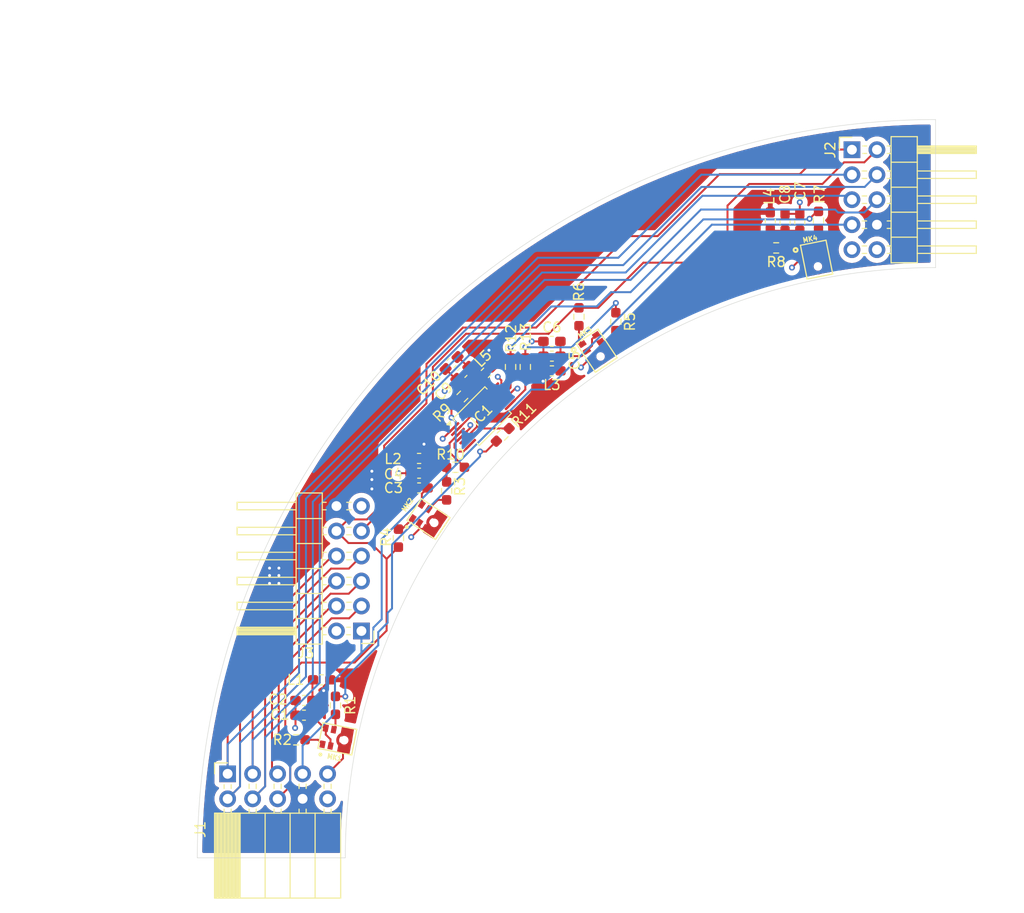
<source format=kicad_pcb>
(kicad_pcb (version 20240108) (generator "pcbnew") (generator_version "8.0")
  (layers (0 "F.Cu" signal) (1 "In1.Cu" power) (2 "In2.Cu" power) (31 "B.Cu" signal) (34 "B.Paste" user) (35 "F.Paste" user) (36 "B.SilkS" user "B.Silkscreen") (37 "F.SilkS" user "F.Silkscreen") (38 "B.Mask" user) (39 "F.Mask" user) (44 "Edge.Cuts" user))
  (net 0 "")
  (net 1 "Net-(MK1-SELECT)")
  (net 2 "GND")
  (net 3 "Net-(MK2-VDD)")
  (net 4 "Net-(MK3-SELECT)")
  (net 5 "Net-(MK4-VDD)")
  (net 6 "Net-(IC1-VCC)")
  (net 7 "Net-(IC1-O2)")
  (net 8 "Net-(IC1-A0)")
  (net 9 "Net-(IC1-O1)")
  (net 10 "Net-(IC1-O0)")
  (net 11 "Net-(IC1-O3)")
  (net 12 "PDM_DATA5")
  (net 13 "PDM_CLK-IN")
  (net 14 "+3V3")
  (net 15 "PDM_DATA4")
  (net 16 "PDM_DATA6")
  (net 17 "PDM_DATA3")
  (net 18 "PDM_DATA2")
  (net 19 "PDM_DATA7")
  (net 20 "PDM_DATA0")
  (net 21 "PDM_DATA1")
  (net 22 "Net-(MK1-CLOCK)")
  (net 23 "Net-(MK1-DATA)")
  (net 24 "Net-(MK2-CLOCK)")
  (net 25 "Net-(MK2-DATA)")
  (net 26 "Net-(MK3-DATA)")
  (net 27 "Net-(MK3-CLOCK)")
  (net 28 "Net-(MK4-CLOCK)")
  (net 29 "Net-(MK4-DATA)")
  (net 30 "PDM_CLK0")
  (net 31 "PDM_CLK1")
  (net 32 "PDM_CLK2")
  (net 33 "PDM_CLK3")
  (footprint "Connector_PinHeader_2.54mm:PinHeader_2x05_P2.54mm_Horizontal" (layer "F.Cu") (at 141.5 28.02)
    (property "Reference" "J2")
    (property "Value" "Next")
  )
  (footprint "Capacitor_SMD:C_0603_1608Metric_Pad1.08x0.95mm_HandSolder" (layer "F.Cu") (at 134.7 35.4 -90)
    (property "Reference" "C8")
    (property "Value" "100n")
  )
  (footprint "Resistor_SMD:R_0603_1608Metric_Pad0.98x0.95mm_HandSolder" (layer "F.Cu") (at 100.3 62.7 -90)
    (property "Reference" "R3")
    (property "Value" "33")
  )
  (footprint "Resistor_SMD:R_0603_1608Metric_Pad0.98x0.95mm_HandSolder" (layer "F.Cu") (at 85 88 180)
    (property "Reference" "R2")
    (property "Value" "33")
  )
  (footprint "Resistor_SMD:R_0603_1608Metric_Pad0.98x0.95mm_HandSolder" (layer "F.Cu") (at 117.5 45.5 -90)
    (property "Reference" "R5")
    (property "Value" "33")
  )
  (footprint "Resistor_SMD:R_0603_1608Metric_Pad0.98x0.95mm_HandSolder" (layer "F.Cu") (at 138.1 35.2 -90)
    (property "Reference" "R7")
    (property "Value" "33")
  )
  (footprint "SPH1668LM4H_1:MIC_SPH1668LM4H-1" (layer "F.Cu") (at 137.9044 39.191313 11.25)
    (property "Reference" "MK4")
    (property "Value" "SPH1668LM4H-1")
  )
  (footprint "Inductor_SMD:L_0603_1608Metric_Pad1.05x0.95mm_HandSolder" (layer "F.Cu") (at 104.3 50.7 45)
    (property "Reference" "L5")
    (property "Value" "600R")
  )
  (footprint "Capacitor_SMD:C_0603_1608Metric_Pad1.08x0.95mm_HandSolder" (layer "F.Cu") (at 136.2 35.4 -90)
    (property "Reference" "C7")
    (property "Value" "1000p")
  )
  (footprint "Resistor_SMD:R_0603_1608Metric_Pad0.98x0.95mm_HandSolder" (layer "F.Cu") (at 108.3 50.1 90)
    (property "Reference" "R13")
    (property "Value" "33")
  )
  (footprint "SPH1668LM4H_1:MIC_SPH1668LM4H-1" (layer "F.Cu") (at 89.191313 87.9045 78.75)
    (property "Reference" "MK1")
    (property "Value" "SPH1668LM4H-1")
  )
  (footprint "SPH1668LM4H_1:MIC_SPH1668LM4H-1" (layer "F.Cu") (at 115.554646 48.448884 33.75)
    (property "Reference" "MK3")
    (property "Value" "SPH1668LM4H-1")
  )
  (footprint "Capacitor_SMD:C_0603_1608Metric_Pad1.08x0.95mm_HandSolder" (layer "F.Cu") (at 97.5 60.9)
    (property "Reference" "C4")
    (property "Value" "100n")
  )
  (footprint "Connector_PinSocket_2.54mm:PinSocket_2x05_P2.54mm_Horizontal" (layer "F.Cu") (at 78.04 91.46 90)
    (property "Reference" "J1")
    (property "Value" "Previous")
  )
  (footprint "Resistor_SMD:R_0603_1608Metric_Pad0.98x0.95mm_HandSolder" (layer "F.Cu") (at 113.75 45 90)
    (property "Reference" "R6")
    (property "Value" "33")
  )
  (footprint "Resistor_SMD:R_0603_1608Metric_Pad0.98x0.95mm_HandSolder" (layer "F.Cu") (at 106.8 50.1 90)
    (property "Reference" "R12")
    (property "Value" "33")
  )
  (footprint "Package_SO:TSSOP-14_4.4x3.6mm_P0.4mm" (layer "F.Cu") (at 103.9 55.1 45)
    (property "Reference" "IC1")
    (property "Value" "74LCX125MTCX")
  )
  (footprint "Capacitor_SMD:C_0603_1608Metric_Pad1.08x0.95mm_HandSolder" (layer "F.Cu") (at 85.8 85.5)
    (property "Reference" "C1")
    (property "Value" "1000p")
  )
  (footprint "Capacitor_SMD:C_0603_1608Metric_Pad1.08x0.95mm_HandSolder" (layer "F.Cu") (at 100.8 49.7 45)
    (property "Reference" "C10")
    (property "Value" "100n")
  )
  (footprint "Resistor_SMD:R_0603_1608Metric_Pad0.98x0.95mm_HandSolder" (layer "F.Cu") (at 106 57 45)
    (property "Reference" "R11")
    (property "Value" "33")
  )
  (footprint "Connector_PinHeader_2.54mm:PinHeader_2x06_P2.54mm_Horizontal" (layer "F.Cu") (at 91.64 76.94 180)
    (property "Reference" "J3")
    (property "Value" "MCHStreamer J3")
  )
  (footprint "Resistor_SMD:R_0603_1608Metric_Pad0.98x0.95mm_HandSolder" (layer "F.Cu") (at 95.4 67.5 -90)
    (property "Reference" "R4")
    (property "Value" "33")
  )
  (footprint "SPH1668LM4H_1:MIC_SPH1668LM4H-1" (layer "F.Cu") (at 98.448884 65.554646 56.25)
    (property "Reference" "MK2")
    (property "Value" "SPH1668LM4H-1")
  )
  (footprint "Capacitor_SMD:C_0603_1608Metric_Pad1.08x0.95mm_HandSolder" (layer "F.Cu") (at 101.9 50.7 45)
    (property "Reference" "C9")
    (property "Value" "1000p")
  )
  (footprint "Inductor_SMD:L_0603_1608Metric_Pad1.05x0.95mm_HandSolder" (layer "F.Cu") (at 97.5 59.4 180)
    (property "Reference" "L2")
    (property "Value" "600R")
  )
  (footprint "Resistor_SMD:R_0603_1608Metric_Pad0.98x0.95mm_HandSolder" (layer "F.Cu") (at 133.8 38 180)
    (property "Reference" "R8")
    (property "Value" "33")
  )
  (footprint "Resistor_SMD:R_0603_1608Metric_Pad0.98x0.95mm_HandSolder" (layer "F.Cu") (at 101.9 53.1 45)
    (property "Reference" "R9")
    (property "Value" "33")
  )
  (footprint "Inductor_SMD:L_0603_1608Metric_Pad1.05x0.95mm_HandSolder" (layer "F.Cu") (at 133.2 35.2625 90)
    (property "Reference" "L4")
    (property "Value" "600R")
  )
  (footprint "Capacitor_SMD:C_0603_1608Metric_Pad1.08x0.95mm_HandSolder" (layer "F.Cu") (at 97.5 62.4)
    (property "Reference" "C3")
    (property "Value" "1000p")
  )
  (footprint "Resistor_SMD:R_0603_1608Metric_Pad0.98x0.95mm_HandSolder" (layer "F.Cu") (at 89 84.5 -90)
    (property "Reference" "R1")
    (property "Value" "33")
  )
  (footprint "Capacitor_SMD:C_0603_1608Metric_Pad1.08x0.95mm_HandSolder" (layer "F.Cu") (at 85.8 84)
    (property "Reference" "C2")
    (property "Value" "100n")
  )
  (footprint "Inductor_SMD:L_0603_1608Metric_Pad1.05x0.95mm_HandSolder" (layer "F.Cu") (at 111 50.5 180)
    (property "Reference" "L3")
    (property "Value" "600R")
  )
  (footprint "Resistor_SMD:R_0603_1608Metric_Pad0.98x0.95mm_HandSolder" (layer "F.Cu") (at 101.2 60.3)
    (property "Reference" "R10")
    (property "Value" "33")
  )
  (footprint "Inductor_SMD:L_0603_1608Metric_Pad1.05x0.95mm_HandSolder" (layer "F.Cu") (at 87.6 81.9)
    (property "Reference" "L1")
    (property "Value" "600R")
  )
  (footprint "Capacitor_SMD:C_0603_1608Metric_Pad1.08x0.95mm_HandSolder" (layer "F.Cu") (at 111 49)
    (property "Reference" "C5")
    (property "Value" "1000p")
  )
  (footprint "Capacitor_SMD:C_0603_1608Metric_Pad1.08x0.95mm_HandSolder" (layer "F.Cu") (at 111 47.5)
    (property "Reference" "C6")
    (property "Value" "100n")
  )
  (gr_line (start 90 100) (end 74.955147 100) (stroke (width 0.05)) (layer "Edge.Cuts"))
  (gr_arc (start 74.955147 100) (mid 96.935276 46.935276) (end 150 24.955147) (stroke (width 0.05)) (layer "Edge.Cuts"))
  (gr_line (start 150 40) (end 150 24.955147) (stroke (width 0.05)) (layer "Edge.Cuts"))
  (gr_arc (start 90 100) (mid 107.573593 57.573593) (end 150 40) (stroke (width 0.05)) (layer "Edge.Cuts"))
  (segment (start 88.496339 88.620169) (end 88.496339 87.953899) (width 0.2) (layer "F.Cu") (net 1))
  (segment (start 88.01691 87.47447) (end 88.01691 86.816989) (width 0.2) (layer "F.Cu") (net 1))
  (segment (start 88.01691 86.816989) (end 87.879489 86.816989) (width 0.2) (layer "F.Cu") (net 1))
  (segment (start 87.879489 86.816989) (end 86.6625 85.6) (width 0.2) (layer "F.Cu") (net 1))
  (segment (start 86.6625 82.0125) (end 86.775 81.9) (width 0.2) (layer "F.Cu") (net 1))
  (segment (start 88.496339 87.953899) (end 88.01691 87.47447) (width 0.2) (layer "F.Cu") (net 1))
  (segment (start 86.6625 85.6) (end 86.6625 82.0125) (width 0.2) (layer "F.Cu") (net 1))
  (segment (start 107.265686 52.3) (end 107.5 52.3) (width 0.2) (layer "F.Cu") (net 2))
  (segment (start 114.691328 49.408672) (end 113.95 50.15) (width 0.2) (layer "F.Cu") (net 2))
  (segment (start 105.860781 52.007848) (end 105.860781 51.460781) (width 0.2) (layer "F.Cu") (net 2))
  (segment (start 101.5 58.7) (end 101.997056 58.7) (width 0.2) (layer "F.Cu") (net 2))
  (segment (start 101.19012 51.30988) (end 100.19012 50.30988) (width 0.2) (layer "F.Cu") (net 2))
  (segment (start 102.708579 56.291421) (end 102.708579 56.008579) (width 0.2) (layer "F.Cu") (net 2))
  (segment (start 105.358408 52.510221) (end 105.860781 52.007848) (width 0.2) (layer "F.Cu") (net 2))
  (segment (start 97.532937 66.567063) (end 98.609604 66.567063) (width 0.2) (layer "F.Cu") (net 2))
  (segment (start 100.1 52.55) (end 100.1 52.5) (width 0.2) (layer "F.Cu") (net 2))
  (segment (start 101.875907 57.124093) (end 101.1 57.9) (width 0.2) (layer "F.Cu") (net 2))
  (segment (start 136.977253 38.823116) (end 136.977253 39.599076) (width 0.2) (layer "F.Cu") (net 2))
  (segment (start 84.9375 84.1) (end 84.9375 85.6) (width 0.2) (layer "F.Cu") (net 2))
  (segment (start 136.977253 39.599076) (end 137.399023 40.020846) (width 0.2) (layer "F.Cu") (net 2))
  (segment (start 101.997056 58.7) (end 102.724435 57.972621) (width 0.2) (layer "F.Cu") (net 2))
  (segment (start 108.95 47.5) (end 110.1375 47.5) (width 0.2) (layer "F.Cu") (net 2))
  (segment (start 101.1 57.9) (end 101.1 58.3) (width 0.2) (layer "F.Cu") (net 2))
  (segment (start 89.764303 89.895697) (end 89.764303 88.688856) (width 0.2) (layer "F.Cu") (net 2))
  (segment (start 97.532937 65.949883) (end 97.532937 66.025284) (width 0.2) (layer "F.Cu") (net 2))
  (segment (start 84.9375 86.7625) (end 84.9375 85.6) (width 0.2) (layer "F.Cu") (net 2))
  (segment (start 96.6375 60.9) (end 96.6375 62.4) (width 0.2) (layer "F.Cu") (net 2))
  (segment (start 115.405187 49.408672) (end 114.691328 49.408672) (width 0.2) (layer "F.Cu") (net 2))
  (segment (start 136.2 33.3625) (end 136.2 34.5375) (width 0.2) (layer "F.Cu") (net 2))
  (segment (start 101.027379 56.275565) (end 101.024435 56.275565) (width 0.2) (layer "F.Cu") (net 2))
  (segment (start 84.9 86.8) (end 84.9375 86.7625) (width 0.2) (layer "F.Cu") (net 2))
  (segment (start 136.977253 38.823116) (end 136.576884 38.823116) (width 0.2) (layer "F.Cu") (net 2))
  (segment (start 110.1375 49) (end 110.1375 47.5) (width 0.2) (layer "F.Cu") (net 2))
  (segment (start 98.609604 66.567063) (end 98.678097 66.49857) (width 0.2) (layer "F.Cu") (net 2))
  (segment (start 101.1 58.3) (end 101.5 58.7) (width 0.2) (layer "F.Cu") (net 2))
  (segment (start 134.7 34.5375) (end 136.2 34.5375) (width 0.2) (layer "F.Cu") (net 2))
  (segment (start 88.2 91.46) (end 89.764303 89.895697) (width 0.2) (layer "F.Cu") (net 2))
  (segment (start 100.1 52.5) (end 101.29012 51.30988) (width 0.2) (layer "F.Cu") (net 2))
  (segment (start 106.206936 53.35875) (end 107.265686 52.3) (width 0.2) (layer "F.Cu") (net 2))
  (segment (start 101.024435 56.275565) (end 99.9 57.4) (width 0.2) (layer "F.Cu") (net 2))
  (segment (start 97.532937 65.949883) (end 97.532937 66.567063) (width 0.2) (layer "F.Cu") (net 2))
  (segment (start 105.860781 51.460781) (end 105.5 51.1) (width 0.2) (layer "F.Cu") (net 2))
  (segment (start 136.576884 38.823116) (end 135.4 40) (width 0.2) (layer "F.Cu") (net 2))
  (segment (start 95.4 60.9) (end 96.6375 60.9) (width 0.2) (layer "F.Cu") (net 2))
  (segment (start 101.29012 51.30988) (end 101.19012 51.30988) (width 0.2) (layer "F.Cu") (net 2))
  (segment (start 97.532937 66.567063) (end 96.7 67.4) (width 0.2) (layer "F.Cu") (net 2))
  (segment (start 101.875907 57.124093) (end 102.708579 56.291421) (width 0.2) (layer "F.Cu") (net 2))
  (via (at 107.5 52.3) (size 0.6) (drill 0.3) (layers "F.Cu" "B.Cu") (net 2))
  (via (at 135.4 40) (size 0.6) (drill 0.3) (layers "F.Cu" "B.Cu") (net 2))
  (via (at 113.95 50.15) (size 0.6) (drill 0.3) (layers "F.Cu" "B.Cu") (net 2))
  (via (at 84.9 86.8) (size 0.6) (drill 0.3) (layers "F.Cu" "B.Cu") (net 2))
  (via (at 95.4 60.9) (size 0.6) (drill 0.3) (layers "F.Cu" "B.Cu") (net 2))
  (via (at 96.7 67.4) (size 0.6) (drill 0.3) (layers "F.Cu" "B.Cu") (net 2))
  (via (at 102.708579 56.008579) (size 0.6) (drill 0.3) (layers "F.Cu" "B.Cu") (net 2))
  (via (at 99.9 57.4) (size 0.6) (drill 0.3) (layers "F.Cu" "B.Cu") (net 2))
  (via (at 100.1 52.55) (size 0.6) (drill 0.3) (layers "F.Cu" "B.Cu") (net 2))
  (via (at 108.95 47.5) (size 0.6) (drill 0.3) (layers "F.Cu" "B.Cu") (net 2))
  (via (at 136.2 33.3625) (size 0.6) (drill 0.3) (layers "F.Cu" "B.Cu") (net 2))
  (via (at 105.5 51.1) (size 0.6) (drill 0.3) (layers "F.Cu" "B.Cu") (net 2))
  (segment (start 97.78005 62.98245) (end 98.3625 62.4) (width 0.2) (layer "F.Cu") (net 3))
  (segment (start 97.78005 64.100492) (end 97.78005 62.98245) (width 0.2) (layer "F.Cu") (net 3))
  (segment (start 98.3625 60.9) (end 98.3625 59.4125) (width 0.2) (layer "F.Cu") (net 3))
  (segment (start 98.3625 62.4) (end 98.3625 60.9) (width 0.2) (layer "F.Cu") (net 3))
  (segment (start 98.3625 59.4125) (end 98.375 59.4) (width 0.2) (layer "F.Cu") (net 3))
  (segment (start 115.080721 47.939968) (end 115.080721 47.261952) (width 0.2) (layer "F.Cu") (net 4))
  (segment (start 115.080721 47.261952) (end 115.493204 46.849469) (width 0.2) (layer "F.Cu") (net 4))
  (segment (start 114.020689 49) (end 114.557171 48.463518) (width 0.2) (layer "F.Cu") (net 4))
  (segment (start 111.8625 49) (end 111.8625 50.5) (width 0.2) (layer "F.Cu") (net 4))
  (segment (start 111.875 48.9875) (end 111.8625 49) (width 0.2) (layer "F.Cu") (net 4))
  (segment (start 111.875 47.5) (end 111.875 48.9875) (width 0.2) (layer "F.Cu") (net 4))
  (segment (start 111.8625 49) (end 114.020689 49) (width 0.2) (layer "F.Cu") (net 4))
  (segment (start 114.557171 48.463518) (end 115.080721 47.939968) (width 0.2) (layer "F.Cu") (net 4))
  (segment (start 138.1 37.3) (end 138.459703 37.659703) (width 0.2) (layer "F.Cu") (net 5))
  (segment (start 136.2 36.2625) (end 134.7 36.2625) (width 0.2) (layer "F.Cu") (net 5))
  (segment (start 136.2 36.2625) (end 136.2 36.9) (width 0.2) (layer "F.Cu") (net 5))
  (segment (start 136.2 36.9) (end 136.6 37.3) (width 0.2) (layer "F.Cu") (net 5))
  (segment (start 138.459703 37.659703) (end 138.459703 37.690134) (width 0.2) (layer "F.Cu") (net 5))
  (segment (start 136.6 37.3) (end 138.1 37.3) (width 0.2) (layer "F.Cu") (net 5))
  (segment (start 133.325 36.2625) (end 133.2 36.1375) (width 0.2) (layer "F.Cu") (net 5))
  (segment (start 134.7 36.2625) (end 133.325 36.2625) (width 0.2) (layer "F.Cu") (net 5))
  (segment (start 101.537033 49.14738) (end 101.537033 49.156793) (width 0.2) (layer "F.Cu") (net 6))
  (segment (start 103.681282 51.301042) (end 102.59012 50.20988) (width 0.2) (layer "F.Cu") (net 6))
  (segment (start 103.681282 51.318718) (end 103.681282 51.301042) (width 0.2) (layer "F.Cu") (net 6))
  (segment (start 101.537033 49.156793) (end 102.59012 50.20988) (width 0.2) (layer "F.Cu") (net 6))
  (segment (start 105.075565 52.227379) (end 104.589943 52.227379) (width 0.2) (layer "F.Cu") (net 6))
  (segment (start 104.589943 52.227379) (end 103.681282 51.318718) (width 0.2) (layer "F.Cu") (net 6))
  (segment (start 106.8 52.2) (end 106.8 51.0125) (width 0.2) (layer "F.Cu") (net 7))
  (segment (start 105.924093 53.075907) (end 106.8 52.2) (width 0.2) (layer "F.Cu") (net 7))
  (segment (start 104.234436 54.143966) (end 105.987405 54.143966) (width 0.2) (layer "F.Cu") (net 8))
  (segment (start 103.385907 53.295437) (end 105.138877 53.295437) (width 0.2) (layer "F.Cu") (net 8))
  (segment (start 103.385907 54.482722) (end 103.385907 56.179779) (width 0.2) (layer "F.Cu") (net 8))
  (segment (start 103.385907 54.482722) (end 101.310221 56.558408) (width 0.2) (layer "F.Cu") (net 8))
  (segment (start 105.138877 53.295437) (end 105.64125 52.793064) (width 0.2) (layer "F.Cu") (net 8))
  (segment (start 103.385907 53.295437) (end 103.385907 54.482722) (width 0.2) (layer "F.Cu") (net 8))
  (segment (start 103.385907 56.179779) (end 102.15875 57.406936) (width 0.2) (layer "F.Cu") (net 8))
  (segment (start 102.545235 52.454765) (end 103.385907 53.295437) (width 0.2) (layer "F.Cu") (net 8))
  (segment (start 103.385907 53.295437) (end 104.234436 54.143966) (width 0.2) (layer "F.Cu") (net 8))
  (segment (start 105.987405 54.143966) (end 106.489779 53.641592) (width 0.2) (layer "F.Cu") (net 8))
  (segment (start 103.776606 56.354765) (end 102.441592 57.689779) (width 0.2) (layer "F.Cu") (net 9))
  (segment (start 106.645235 56.354765) (end 103.776606 56.354765) (width 0.2) (layer "F.Cu") (net 9))
  (segment (start 100.6 57.834314) (end 101.593064 56.84125) (width 0.2) (layer "F.Cu") (net 10))
  (segment (start 100.6 58.7875) (end 100.6 57.834314) (width 0.2) (layer "F.Cu") (net 10))
  (segment (start 102.1125 60.3) (end 100.6 58.7875) (width 0.2) (layer "F.Cu") (net 10))
  (segment (start 108.3 52.397056) (end 108.3 51.0125) (width 0.2) (layer "F.Cu") (net 11))
  (segment (start 106.772621 53.924435) (end 108.3 52.397056) (width 0.2) (layer "F.Cu") (net 11))
  (segment (start 88.5 73.15) (end 90.35 73.15) (width 0.2) (layer "F.Cu") (net 12))
  (segment (start 80.58 94) (end 81.85 92.73) (width 0.2) (layer "F.Cu") (net 12))
  (segment (start 81.85 92.73) (end 81.85 79.8) (width 0.2) (layer "F.Cu") (net 12))
  (segment (start 81.85 79.8) (end 88.5 73.15) (width 0.2) (layer "F.Cu") (net 12))
  (segment (start 90.35 73.15) (end 91.64 71.86) (width 0.2) (layer "F.Cu") (net 12))
  (segment (start 80.58 94) (end 81.85 92.73) (width 0.2) (layer "B.Cu") (net 12))
  (segment (start 140.1 34.4) (end 142.74 34.4) (width 0.2) (layer "B.Cu") (net 12))
  (segment (start 142.74 34.4) (end 144.04 33.1) (width 0.2) (layer "B.Cu") (net 12))
  (segment (start 119 41.25) (end 126.15 34.1) (width 0.2) (layer "B.Cu") (net 12))
  (segment (start 81.85 92.73) (end 81.85 87.75) (width 0.2) (layer "B.Cu") (net 12))
  (segment (start 87.4 64.1) (end 110.25 41.25) (width 0.2) (layer "B.Cu") (net 12))
  (segment (start 110.25 41.25) (end 119 41.25) (width 0.2) (layer "B.Cu") (net 12))
  (segment (start 139.8 34.1) (end 140.1 34.4) (width 0.2) (layer "B.Cu") (net 12))
  (segment (start 81.85 87.75) (end 87.4 82.2) (width 0.2) (layer "B.Cu") (net 12))
  (segment (start 87.4 82.2) (end 87.4 64.1) (width 0.2) (layer "B.Cu") (net 12))
  (segment (start 126.15 34.1) (end 139.8 34.1) (width 0.2) (layer "B.Cu") (net 12))
  (segment (start 100.790231 54.209769) (end 101.254765 53.745235) (width 0.2) (layer "F.Cu") (net 13))
  (segment (start 100.790231 55.25) (end 100.790231 54.209769) (width 0.2) (layer "F.Cu") (net 13))
  (via (at 100.790231 55.25) (size 0.6) (drill 0.3) (layers "F.Cu" "B.Cu") (net 13))
  (segment (start 91.65 79.15) (end 91.64 79.14) (width 0.2) (layer "B.Cu") (net 13))
  (segment (start 92.85 76.6) (end 92.85 77.95) (width 0.2) (layer "B.Cu") (net 13))
  (segment (start 141.5 35.64) (end 127.26 35.64) (width 0.2) (layer "B.Cu") (net 13))
  (segment (start 93.7 67.6) (end 93.7 75.75) (width 0.2) (layer "B.Cu") (net 13))
  (segment (start 110.5 52.4) (end 108.9 52.4) (width 0.2) (layer "B.Cu") (net 13))
  (segment (start 127.26 35.64) (end 110.5 52.4) (width 0.2) (layer "B.Cu") (net 13))
  (segment (start 88.95 81.85) (end 88.95 83.15) (width 0.2) (layer "B.Cu") (net 13))
  (segment (start 88.872798 85.387202) (end 85.66 88.6) (width 0.2) (layer "B.Cu") (net 13))
  (segment (start 92.85 77.95) (end 91.65 79.15) (width 0.2) (layer "B.Cu") (net 13))
  (segment (start 93.7 75.75) (end 92.85 76.6) (width 0.2) (layer "B.Cu") (net 13))
  (segment (start 88.872798 83.227202) (end 88.872798 85.387202) (width 0.2) (layer "B.Cu") (net 13))
  (segment (start 101.225 55.684769) (end 101.225 60.075) (width 0.2) (layer "B.Cu") (net 13))
  (segment (start 91.65 79.15) (end 88.95 81.85) (width 0.2) (layer "B.Cu") (net 13))
  (segment (start 88.95 83.15) (end 88.872798 83.227202) (width 0.2) (layer "B.Cu") (net 13))
  (segment (start 85.66 88.6) (end 85.66 91.22) (width 0.2) (layer "B.Cu") (net 13))
  (segment (start 100.790231 55.25) (end 101.225 55.684769) (width 0.2) (layer "B.Cu") (net 13))
  (segment (start 108.9 52.4) (end 93.7 67.6) (width 0.2) (layer "B.Cu") (net 13))
  (segment (start 91.64 79.14) (end 91.64 76.94) (width 0.2) (layer "B.Cu") (net 13))
  (segment (start 87.8 83) (end 87.8 82.575) (width 0.2) (layer "F.Cu") (net 14))
  (segment (start 87.8 82.575) (end 88.475 81.9) (width 0.2) (layer "F.Cu") (net 14))
  (segment (start 110.125 51.525) (end 110.1 51.55) (width 0.2) (layer "F.Cu") (net 14))
  (segment (start 110.125 50.5) (end 110.125 51.525) (width 0.2) (layer "F.Cu") (net 14))
  (via (at 82.3 70.55) (size 0.5) (drill 0.3) (layers "F.Cu" "B.Cu") (net 14))
  (via (at 98 57.95) (size 0.6) (drill 0.3) (layers "F.Cu" "B.Cu") (net 14))
  (via (at 82.3 72.1) (size 0.5) (drill 0.3) (layers "F.Cu" "B.Cu") (net 14))
  (via (at 82.3 71.3) (size 0.5) (drill 0.3) (layers "F.Cu" "B.Cu") (net 14))
  (via (at 92.7 62.5) (size 0.6) (drill 0.3) (layers "F.Cu" "B.Cu") (net 14))
  (via (at 110.1 51.55) (size 0.6) (drill 0.3) (layers "F.Cu" "B.Cu") (net 14))
  (via (at 83.25 71.3) (size 0.5) (drill 0.3) (layers "F.Cu" "B.Cu") (net 14))
  (via (at 92.7 61.55) (size 0.6) (drill 0.3) (layers "F.Cu" "B.Cu") (net 14))
  (via (at 92.7 60.7) (size 0.6) (drill 0.3) (layers "F.Cu" "B.Cu") (net 14))
  (via (at 104.6 48.4) (size 0.6) (drill 0.3) (layers "F.Cu" "B.Cu") (net 14))
  (via (at 87.8 83) (size 0.6) (drill 0.3) (layers "F.Cu" "B.Cu") (net 14))
  (via (at 83.25 72.1) (size 0.5) (drill 0.3) (layers "F.Cu" "B.Cu") (net 14))
  (via (at 83.25 70.55) (size 0.5) (drill 0.3) (layers "F.Cu" "B.Cu") (net 14))
  (segment (start 87.8 85.3) (end 84.4 88.7) (width 0.2) (layer "B.Cu") (net 14))
  (segment (start 84.4 92.74) (end 85.66 94) (width 0.2) (layer "B.Cu") (net 14))
  (segment (start 87.8 83) (end 87.8 85.3) (width 0.2) (layer "B.Cu") (net 14))
  (segment (start 84.4 88.7) (end 84.4 92.74) (width 0.2) (layer "B.Cu") (net 14))
  (segment (start 88.79 71.86) (end 89.1 71.86) (width 0.2) (layer "F.Cu") (net 15))
  (segment (start 80.58 91.46) (end 80.58 80.07) (width 0.2) (layer "F.Cu") (net 15))
  (segment (start 80.58 80.07) (end 88.79 71.86) (width 0.2) (layer "F.Cu") (net 15))
  (segment (start 80.58 88.02) (end 86.7 81.9) (width 0.2) (layer "B.Cu") (net 15))
  (segment (start 141.1 32.7) (end 141.5 33.1) (width 0.2) (layer "B.Cu") (net 15))
  (segment (start 86.7 63.8) (end 110 40.5) (width 0.2) (layer "B.Cu") (net 15))
  (segment (start 110 40.5) (end 118.5 40.5) (width 0.2) (layer "B.Cu") (net 15))
  (segment (start 118.5 40.5) (end 126.3 32.7) (width 0.2) (layer "B.Cu") (net 15))
  (segment (start 126.3 32.7) (end 141.1 32.7) (width 0.2) (layer "B.Cu") (net 15))
  (segment (start 86.7 81.9) (end 86.7 63.8) (width 0.2) (layer "B.Cu") (net 15))
  (segment (start 80.58 91.46) (end 80.58 88.02) (width 0.2) (layer "B.Cu") (net 15))
  (segment (start 82.55 80.45) (end 88.6 74.4) (width 0.2) (layer "F.Cu") (net 16))
  (segment (start 83.12 91.46) (end 82.55 90.89) (width 0.2) (layer "F.Cu") (net 16))
  (segment (start 82.55 90.89) (end 82.55 80.45) (width 0.2) (layer "F.Cu") (net 16))
  (segment (start 88.6 74.4) (end 89.1 74.4) (width 0.2) (layer "F.Cu") (net 16))
  (segment (start 88.55 70.6) (end 90.36 70.6) (width 0.2) (layer "F.Cu") (net 17))
  (segment (start 78.04 94) (end 79.3 92.74) (width 0.2) (layer "F.Cu") (net 17))
  (segment (start 79.3 92.74) (end 79.3 79.85) (width 0.2) (layer "F.Cu") (net 17))
  (segment (start 79.3 79.85) (end 88.55 70.6) (width 0.2) (layer "F.Cu") (net 17))
  (segment (start 90.36 70.6) (end 91.64 69.32) (width 0.2) (layer "F.Cu") (net 17))
  (segment (start 78.04 94) (end 79.3 92.74) (width 0.2) (layer "B.Cu") (net 17))
  (segment (start 142.8 31.8) (end 144.04 30.56) (width 0.2) (layer "B.Cu") (net 17))
  (segment (start 126.2 31.8) (end 142.8 31.8) (width 0.2) (layer "B.Cu") (net 17))
  (segment (start 79.3 92.74) (end 79.3 88.3) (width 0.2) (layer "B.Cu") (net 17))
  (segment (start 109.75 39.75) (end 118.25 39.75) (width 0.2) (layer "B.Cu") (net 17))
  (segment (start 86 63.5) (end 109.75 39.75) (width 0.2) (layer "B.Cu") (net 17))
  (segment (start 86 81.6) (end 86 63.5) (width 0.2) (layer "B.Cu") (net 17))
  (segment (start 118.25 39.75) (end 126.2 31.8) (width 0.2) (layer "B.Cu") (net 17))
  (segment (start 79.3 88.3) (end 86 81.6) (width 0.2) (layer "B.Cu") (net 17))
  (segment (start 78.04 91.46) (end 78.04 84.86) (width 0.2) (layer "F.Cu") (net 18))
  (segment (start 78.5 79.5) (end 88.68 69.32) (width 0.2) (layer "F.Cu") (net 18))
  (segment (start 88.68 69.32) (end 89.1 69.32) (width 0.2) (layer "F.Cu") (net 18))
  (segment (start 78.5 84.4) (end 78.5 79.5) (width 0.2) (layer "F.Cu") (net 18))
  (segment (start 78.04 84.86) (end 78.5 84.4) (width 0.2) (layer "F.Cu") (net 18))
  (segment (start 117.75 39) (end 126.19 30.56) (width 0.2) (layer "B.Cu") (net 18))
  (segment (start 126.19 30.56) (end 141.5 30.56) (width 0.2) (layer "B.Cu") (net 18))
  (segment (start 85.3 81.2) (end 85.3 63.261888) (width 0.2) (layer "B.Cu") (net 18))
  (segment (start 109.561888 39) (end 117.75 39) (width 0.2) (layer "B.Cu") (net 18))
  (segment (start 85.3 63.261888) (end 109.561888 39) (width 0.2) (layer "B.Cu") (net 18))
  (segment (start 78.04 91.46) (end 78.04 88.46) (width 0.2) (layer "B.Cu") (net 18))
  (segment (start 78.04 88.46) (end 85.3 81.2) (width 0.2) (layer "B.Cu") (net 18))
  (segment (start 83.12 94) (end 84.4 92.72) (width 0.2) (layer "F.Cu") (net 19))
  (segment (start 84.4 92.72) (end 84.4 89.566722) (width 0.2) (layer "F.Cu") (net 19))
  (segment (start 83.232843 88.399565) (end 83.232843 81.017157) (width 0.2) (layer "F.Cu") (net 19))
  (segment (start 83.232843 81.017157) (end 88.6 75.65) (width 0.2) (layer "F.Cu") (net 19))
  (segment (start 84.4 89.566722) (end 83.232843 88.399565) (width 0.2) (layer "F.Cu") (net 19))
  (segment (start 90.39 75.65) (end 91.64 74.4) (width 0.2) (layer "F.Cu") (net 19))
  (segment (start 88.6 75.65) (end 90.39 75.65) (width 0.2) (layer "F.Cu") (net 19))
  (segment (start 118.7 36.8) (end 121.75 36.8) (width 0.2) (layer "F.Cu") (net 20))
  (segment (start 84.0875 88) (end 83.9 87.8125) (width 0.2) (layer "F.Cu") (net 20))
  (segment (start 138.7 28) (end 141.48 28) (width 0.2) (layer "F.Cu") (net 20))
  (segment (start 90.95 80.15) (end 94.2 76.9) (width 0.2) (layer "F.Cu") (net 20))
  (segment (start 98.25 49.8) (end 101.95 46.1) (width 0.2) (layer "F.Cu") (net 20))
  (segment (start 90.32 68) (end 89.1 66.78) (width 0.2) (layer "F.Cu") (net 20))
  (segment (start 98.25 53.8) (end 98.25 49.8) (width 0.2) (layer "F.Cu") (net 20))
  (segment (start 93.95 58.1) (end 98.25 53.8) (width 0.2) (layer "F.Cu") (net 20))
  (segment (start 101.95 46.1) (end 109.4 46.1) (width 0.2) (layer "F.Cu") (net 20))
  (segment (start 94.2 69.6125) (end 95.4 68.4125) (width 0.2) (layer "F.Cu") (net 20))
  (segment (start 136.2 30.5) (end 138.7 28) (width 0.2) (layer "F.Cu") (net 20))
  (segment (start 89.1 66.78) (end 90.28 65.6) (width 0.2) (layer "F.Cu") (net 20))
  (segment (start 94.2 76.9) (end 94.2 69.6125) (width 0.2) (layer "F.Cu") (net 20))
  (segment (start 90.28 65.6) (end 92.2 65.6) (width 0.2) (layer "F.Cu") (net 20))
  (segment (start 83.9 87.8125) (end 83.9 81.8) (width 0.2) (layer "F.Cu") (net 20))
  (segment (start 121.75 36.8) (end 128.05 30.5) (width 0.2) (layer "F.Cu") (net 20))
  (segment (start 128.05 30.5) (end 136.2 30.5) (width 0.2) (layer "F.Cu") (net 20))
  (segment (start 92.5875 68) (end 90.32 68) (width 0.2) (layer "F.Cu") (net 20))
  (segment (start 85.55 80.15) (end 90.95 80.15) (width 0.2) (layer "F.Cu") (net 20))
  (segment (start 93.95 63.85) (end 93.95 58.1) (width 0.2) (layer "F.Cu") (net 20))
  (segment (start 83.9 81.8) (end 85.55 80.15) (width 0.2) (layer "F.Cu") (net 20))
  (segment (start 94.2 69.6125) (end 92.5875 68) (width 0.2) (layer "F.Cu") (net 20))
  (segment (start 141.48 28) (end 141.5 28.02) (width 0.2) (layer "F.Cu") (net 20))
  (segment (start 92.2 65.6) (end 93.95 63.85) (width 0.2) (layer "F.Cu") (net 20))
  (segment (start 109.4 46.1) (end 118.7 36.8) (width 0.2) (layer "F.Cu") (net 20))
  (segment (start 91.64 66.78) (end 94.6 63.82) (width 0.2) (layer "F.Cu") (net 21))
  (segment (start 131.05 31.5) (end 138.5 31.5) (width 0.2) (layer "F.Cu") (net 21))
  (segment (start 110.641722 46.725) (end 110.658361 46.741639) (width 0.2) (layer "F.Cu") (net 21))
  (segment (start 138.5 31.5) (end 140.7 29.3) (width 0.2) (layer "F.Cu") (net 21))
  (segment (start 110.658361 46.741639) (end 113.3125 44.0875) (width 0.2) (layer "F.Cu") (net 21))
  (segment (start 94.6 63.82) (end 94.6 58.3) (width 0.2) (layer "F.Cu") (net 21))
  (segment (start 113.75 44.0875) (end 115.7125 44.0875) (width 0.2) (layer "F.Cu") (net 21))
  (segment (start 129.35 38.05) (end 132.8375 38.05) (width 0.2) (layer "F.Cu") (net 21))
  (segment (start 142.76 29.3) (end 144.04 28.02) (width 0.2) (layer "F.Cu") (net 21))
  (segment (start 128.85 33.7) (end 131.05 31.5) (width 0.2) (layer "F.Cu") (net 21))
  (segment (start 128.85 38.55) (end 129.35 38.05) (width 0.2) (layer "F.Cu") (net 21))
  (segment (start 102.275 46.725) (end 110.641722 46.725) (width 0.2) (layer "F.Cu") (net 21))
  (segment (start 120.3 39.5) (end 127.9 39.5) (width 0.2) (layer "F.Cu") (net 21))
  (segment (start 128.85 38.55) (end 128.85 38.15) (width 0.2) (layer "F.Cu") (net 21))
  (segment (start 132.8375 38.05) (end 132.8875 38) (width 0.2) (layer "F.Cu") (net 21))
  (segment (start 98.9 50.1) (end 102.275 46.725) (width 0.2) (layer "F.Cu") (net 21))
  (segment (start 113.3125 44.0875) (end 113.75 44.0875) (width 0.2) (layer "F.Cu") (net 21))
  (segment (start 94.6 58.3) (end 98.9 54) (width 0.2) (layer "F.Cu") (net 21))
  (segment (start 115.7125 44.0875) (end 120.3 39.5) (width 0.2) (layer "F.Cu") (net 21))
  (segment (start 128.85 38.15) (end 128.85 33.7) (width 0.2) (layer "F.Cu") (net 21))
  (segment (start 127.9 39.5) (end 128.85 38.55) (width 0.2) (layer "F.Cu") (net 21))
  (segment (start 98.9 54) (end 98.9 50.1) (width 0.2) (layer "F.Cu") (net 21))
  (segment (start 140.7 29.3) (end 142.76 29.3) (width 0.2) (layer "F.Cu") (net 21))
  (segment (start 89 86.800469) (end 88.823116 86.977353) (width 0.2) (layer "F.Cu") (net 22))
  (segment (start 89 85.4125) (end 89 86.800469) (width 0.2) (layer "F.Cu") (net 22))
  (segment (start 87.23033 88) (end 87.690134 88.459804) (width 0.2) (layer "F.Cu") (net 23))
  (segment (start 85.9125 88) (end 87.23033 88) (width 0.2) (layer "F.Cu") (net 23))
  (segment (start 98.463518 64.557171) (end 99.408189 63.6125) (width 0.2) (layer "F.Cu") (net 24))
  (segment (start 99.408189 63.6125) (end 100.3 63.6125) (width 0.2) (layer "F.Cu") (net 24))
  (segment (start 95.755173 66.5875) (end 96.849469 65.493204) (width 0.2) (layer "F.Cu") (net 25))
  (segment (start 95.4 66.5875) (end 95.755173 66.5875) (width 0.2) (layer "F.Cu") (net 25))
  (segment (start 113.75 45.9125) (end 113.75 47.429558) (width 0.2) (layer "F.Cu") (net 26))
  (segment (start 113.75 47.429558) (end 114.100492 47.78005) (width 0.2) (layer "F.Cu") (net 26))
  (segment (start 117.5 46.5) (end 116.467063 47.532937) (width 0.2) (layer "F.Cu") (net 27))
  (segment (start 116.467063 47.532937) (end 115.949883 47.532937) (width 0.2) (layer "F.Cu") (net 27))
  (segment (start 117.5 46.4125) (end 117.5 46.5) (width 0.2) (layer "F.Cu") (net 27))
  (segment (start 139.2 37.965819) (end 138.66948 38.496339) (width 0.2) (layer "F.Cu") (net 28))
  (segment (start 138.1 36.1125) (end 139.2 37.2125) (width 0.2) (layer "F.Cu") (net 28))
  (segment (start 138.66948 38.496339) (end 138.620069 38.496339) (width 0.2) (layer "F.Cu") (net 28))
  (segment (start 139.2 37.2125) (end 139.2 37.965819) (width 0.2) (layer "F.Cu") (net 28))
  (segment (start 134.7125 38) (end 136.799979 38) (width 0.2) (layer "F.Cu") (net 29))
  (segment (start 136.799979 38) (end 136.816889 38.01691) (width 0.2) (layer "F.Cu") (net 29))
  (segment (start 90 83.6) (end 89.9875 83.5875) (width 0.2) (layer "F.Cu") (net 30))
  (segment (start 89.9875 83.5875) (end 89 83.5875) (width 0.2) (layer "F.Cu") (net 30))
  (segment (start 103.7 58.7) (end 104.3 58.7) (width 0.2) (layer "F.Cu") (net 30))
  (segment (start 104.3 58.7) (end 105.354765 57.645235) (width 0.2) (layer "F.Cu") (net 30))
  (via (at 90 83.6) (size 0.6) (drill 0.3) (layers "F.Cu" "B.Cu") (net 30))
  (via (at 103.7 58.7) (size 0.6) (drill 0.3) (layers "F.Cu" "B.Cu") (net 30))
  (segment (start 94.75 74.65) (end 94.3 75.1) (width 0.2) (layer "B.Cu") (net 30))
  (segment (start 103.7 58.7) (end 103.7 59.2) (width 0.2) (layer "B.Cu") (net 30))
  (segment (start 90 81.75) (end 90 83.6) (width 0.2) (layer "B.Cu") (net 30))
  (segment (start 93.35 78.4) (end 90 81.75) (width 0.2) (layer "B.Cu") (net 30))
  (segment (start 94.3 76.1) (end 93.35 77.05) (width 0.2) (layer "B.Cu") (net 30))
  (segment (start 94.3 75.1) (end 94.3 76.1) (width 0.2) (layer "B.Cu") (net 30))
  (segment (start 94.75 68.15) (end 94.75 74.65) (width 0.2) (layer "B.Cu") (net 30))
  (segment (start 103.7 59.2) (end 94.75 68.15) (width 0.2) (layer "B.Cu") (net 30))
  (segment (start 93.35 77.05) (end 93.35 78.4) (width 0.2) (layer "B.Cu") (net 30))
  (segment (start 100.2875 61.775) (end 100.3 61.7875) (width 0.2) (layer "F.Cu") (net 31))
  (segment (start 100.2875 60.3) (end 100.2875 61.775) (width 0.2) (layer "F.Cu") (net 31))
  (segment (start 117.5 43.6) (end 117.5 44.5875) (width 0.2) (layer "F.Cu") (net 32))
  (segment (start 108.3 48.1) (end 108.3 49.1875) (width 0.2) (layer "F.Cu") (net 32))
  (via (at 117.5 43.6) (size 0.6) (drill 0.3) (layers "F.Cu" "B.Cu") (net 32))
  (via (at 108.3 48.1) (size 0.6) (drill 0.3) (layers "F.Cu" "B.Cu") (net 32))
  (segment (start 108.3 48.1) (end 113 48.1) (width 0.2) (layer "B.Cu") (net 32))
  (segment (start 113 48.1) (end 117.5 43.6) (width 0.2) (layer "B.Cu") (net 32))
  (segment (start 106.8 49.1875) (end 106.8 48.1) (width 0.2) (layer "F.Cu") (net 33))
  (segment (start 137.19 35.04) (end 137.9425 34.2875) (width 0.2) (layer "F.Cu") (net 33))
  (segment (start 137.9425 34.2875) (end 138.1 34.2875) (width 0.2) (layer "F.Cu") (net 33))
  (via (at 106.8 48.1) (size 0.6) (drill 0.3) (layers "F.Cu" "B.Cu") (net 33))
  (via (at 137.19 35.04) (size 0.6) (drill 0.3) (layers "F.Cu" "B.Cu") (net 33))
  (segment (start 137.13 35.1) (end 126.4 35.1) (width 0.2) (layer "B.Cu") (net 33))
  (segment (start 137.19 35.04) (end 137.13 35.1) (width 0.2) (layer "B.Cu") (net 33))
  (segment (start 117 42.5) (end 115.55 43.95) (width 0.2) (layer "B.Cu") (net 33))
  (segment (start 119 42.5) (end 117 42.5) (width 0.2) (layer "B.Cu") (net 33))
  (segment (start 115.55 43.95) (end 110.95 43.95) (width 0.2) (layer "B.Cu") (net 33))
  (segment (start 126.4 35.1) (end 119 42.5) (width 0.2) (layer "B.Cu") (net 33))
  (segment (start 110.95 43.95) (end 106.8 48.1) (width 0.2) (layer "B.Cu") (net 33))
  (zone (net 2) (net_name "GND") (layer "F.Cu") (priority 2) (connect_pads (clearance 0.5)) (min_thickness 0.25) (fill yes (thermal_gap 0.5) (thermal_bridge_width 0.5))
    (polygon (pts (xy 89.4 86.55) (xy 90.9 86.85) (xy 90.45 89.5) (xy 88.9 89.2)))
  )
  (zone (net 2) (net_name "GND") (layer "F.Cu") (priority 3) (connect_pads (clearance 0.5)) (min_thickness 0.25) (fill yes (thermal_gap 0.5) (thermal_bridge_width 0.5))
    (polygon (pts (xy 99.2 64.4) (xy 97.65 66.75) (xy 99.2 67.75) (xy 100.75 65.4)))
  )
  (zone (net 2) (net_name "GND") (layer "F.Cu") (priority 4) (connect_pads (clearance 0.5)) (min_thickness 0.25) (fill yes (thermal_gap 0.5) (thermal_bridge_width 0.5))
    (polygon (pts (xy 116.7 47.65) (xy 114.4 49.2) (xy 115.2 50.55) (xy 117.55 48.95)))
  )
  (zone (net 2) (net_name "GND") (layer "F.Cu") (priority 5) (connect_pads (clearance 0.5)) (min_thickness 0.25) (fill yes (thermal_gap 0.5) (thermal_bridge_width 0.5))
    (polygon (pts (xy 136.55 39.4) (xy 139.25 38.85) (xy 139.65 40.7) (xy 136.9 41.2)))
  )
  (zone (net 14) (net_name "+3V3") (layers "F&B.Cu") (connect_pads (clearance 0.5)) (min_thickness 0.25) (fill yes (thermal_gap 0.5) (thermal_bridge_width 0.5))
    (polygon (pts (xy 153.2 12.8) (xy 153.2 103.9) (xy 57.9 105.6) (xy 62.4 13.5)))
  )
)
</source>
